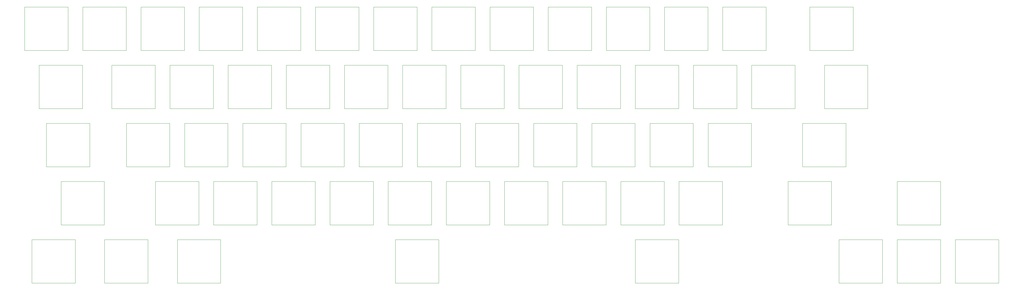
<source format=gbr>
G04 #@! TF.GenerationSoftware,KiCad,Pcbnew,7.0.6*
G04 #@! TF.CreationDate,2023-09-10T15:30:55-07:00*
G04 #@! TF.ProjectId,top plate,746f7020-706c-4617-9465-2e6b69636164,rev?*
G04 #@! TF.SameCoordinates,Original*
G04 #@! TF.FileFunction,Legend,Top*
G04 #@! TF.FilePolarity,Positive*
%FSLAX46Y46*%
G04 Gerber Fmt 4.6, Leading zero omitted, Abs format (unit mm)*
G04 Created by KiCad (PCBNEW 7.0.6) date 2023-09-10 15:30:55*
%MOMM*%
%LPD*%
G01*
G04 APERTURE LIST*
%ADD10C,0.120000*%
G04 APERTURE END LIST*
D10*
X240758468Y-199680227D02*
X240758468Y-185480227D01*
X240758468Y-185480227D02*
X226558468Y-185480227D01*
X226558468Y-199680227D02*
X240758468Y-199680227D01*
X226558468Y-185480227D02*
X226558468Y-199680227D01*
X393158468Y-199680227D02*
X393158468Y-185480227D01*
X393158468Y-185480227D02*
X378958468Y-185480227D01*
X378958468Y-199680227D02*
X393158468Y-199680227D01*
X378958468Y-185480227D02*
X378958468Y-199680227D01*
X431258468Y-180630227D02*
X431258468Y-166430227D01*
X431258468Y-166430227D02*
X417058468Y-166430227D01*
X417058468Y-180630227D02*
X431258468Y-180630227D01*
X417058468Y-166430227D02*
X417058468Y-180630227D01*
X426495968Y-161580227D02*
X426495968Y-147380227D01*
X426495968Y-147380227D02*
X412295968Y-147380227D01*
X412295968Y-161580227D02*
X426495968Y-161580227D01*
X412295968Y-147380227D02*
X412295968Y-161580227D01*
X374108468Y-199680227D02*
X374108468Y-185480227D01*
X374108468Y-185480227D02*
X359908468Y-185480227D01*
X359908468Y-199680227D02*
X374108468Y-199680227D01*
X359908468Y-185480227D02*
X359908468Y-199680227D01*
X397920968Y-161580227D02*
X397920968Y-147380227D01*
X397920968Y-147380227D02*
X383720968Y-147380227D01*
X383720968Y-161580227D02*
X397920968Y-161580227D01*
X383720968Y-147380227D02*
X383720968Y-161580227D01*
X250283468Y-218730227D02*
X250283468Y-204530227D01*
X250283468Y-204530227D02*
X236083468Y-204530227D01*
X236083468Y-218730227D02*
X250283468Y-218730227D01*
X236083468Y-204530227D02*
X236083468Y-218730227D01*
X188370968Y-161580227D02*
X188370968Y-147380227D01*
X188370968Y-147380227D02*
X174170968Y-147380227D01*
X174170968Y-161580227D02*
X188370968Y-161580227D01*
X174170968Y-147380227D02*
X174170968Y-161580227D01*
X197895968Y-180630227D02*
X197895968Y-166430227D01*
X197895968Y-166430227D02*
X183695968Y-166430227D01*
X183695968Y-180630227D02*
X197895968Y-180630227D01*
X183695968Y-166430227D02*
X183695968Y-180630227D01*
X174083468Y-180630227D02*
X174083468Y-166430227D01*
X174083468Y-166430227D02*
X159883468Y-166430227D01*
X159883468Y-180630227D02*
X174083468Y-180630227D01*
X159883468Y-166430227D02*
X159883468Y-180630227D01*
X378870968Y-161580227D02*
X378870968Y-147380227D01*
X378870968Y-147380227D02*
X364670968Y-147380227D01*
X364670968Y-161580227D02*
X378870968Y-161580227D01*
X364670968Y-147380227D02*
X364670968Y-161580227D01*
X264570968Y-161580227D02*
X264570968Y-147380227D01*
X264570968Y-147380227D02*
X250370968Y-147380227D01*
X250370968Y-161580227D02*
X264570968Y-161580227D01*
X250370968Y-147380227D02*
X250370968Y-161580227D01*
X290764718Y-237780227D02*
X290764718Y-223580227D01*
X290764718Y-223580227D02*
X276564718Y-223580227D01*
X276564718Y-237780227D02*
X290764718Y-237780227D01*
X276564718Y-223580227D02*
X276564718Y-237780227D01*
X383633468Y-218730227D02*
X383633468Y-204530227D01*
X383633468Y-204530227D02*
X369433468Y-204530227D01*
X369433468Y-218730227D02*
X383633468Y-218730227D01*
X369433468Y-204530227D02*
X369433468Y-218730227D01*
X245520968Y-161580227D02*
X245520968Y-147380227D01*
X245520968Y-147380227D02*
X231320968Y-147380227D01*
X231320968Y-161580227D02*
X245520968Y-161580227D01*
X231320968Y-147380227D02*
X231320968Y-161580227D01*
X207420968Y-161580227D02*
X207420968Y-147380227D01*
X207420968Y-147380227D02*
X193220968Y-147380227D01*
X193220968Y-161580227D02*
X207420968Y-161580227D01*
X193220968Y-147380227D02*
X193220968Y-161580227D01*
X419352218Y-218730227D02*
X419352218Y-204530227D01*
X419352218Y-204530227D02*
X405152218Y-204530227D01*
X405152218Y-218730227D02*
X419352218Y-218730227D01*
X405152218Y-204530227D02*
X405152218Y-218730227D01*
X235995968Y-180630227D02*
X235995968Y-166430227D01*
X235995968Y-166430227D02*
X221795968Y-166430227D01*
X221795968Y-180630227D02*
X235995968Y-180630227D01*
X221795968Y-166430227D02*
X221795968Y-180630227D01*
X195514718Y-237780227D02*
X195514718Y-223580227D01*
X195514718Y-223580227D02*
X181314718Y-223580227D01*
X181314718Y-237780227D02*
X195514718Y-237780227D01*
X181314718Y-223580227D02*
X181314718Y-237780227D01*
X436020968Y-237780227D02*
X436020968Y-223580227D01*
X436020968Y-223580227D02*
X421820968Y-223580227D01*
X421820968Y-237780227D02*
X436020968Y-237780227D01*
X421820968Y-223580227D02*
X421820968Y-237780227D01*
X345533468Y-218730227D02*
X345533468Y-204530227D01*
X345533468Y-204530227D02*
X331333468Y-204530227D01*
X331333468Y-218730227D02*
X345533468Y-218730227D01*
X331333468Y-204530227D02*
X331333468Y-218730227D01*
X171702218Y-237780227D02*
X171702218Y-223580227D01*
X171702218Y-223580227D02*
X157502218Y-223580227D01*
X157502218Y-237780227D02*
X171702218Y-237780227D01*
X157502218Y-223580227D02*
X157502218Y-237780227D01*
X255045968Y-180630227D02*
X255045968Y-166430227D01*
X255045968Y-166430227D02*
X240845968Y-166430227D01*
X240845968Y-180630227D02*
X255045968Y-180630227D01*
X240845968Y-166430227D02*
X240845968Y-180630227D01*
X216945968Y-180630227D02*
X216945968Y-166430227D01*
X216945968Y-166430227D02*
X202745968Y-166430227D01*
X202745968Y-180630227D02*
X216945968Y-180630227D01*
X202745968Y-166430227D02*
X202745968Y-180630227D01*
X474120968Y-237780227D02*
X474120968Y-223580227D01*
X474120968Y-223580227D02*
X459920968Y-223580227D01*
X459920968Y-237780227D02*
X474120968Y-237780227D01*
X459920968Y-223580227D02*
X459920968Y-237780227D01*
X212183468Y-218730227D02*
X212183468Y-204530227D01*
X212183468Y-204530227D02*
X197983468Y-204530227D01*
X197983468Y-218730227D02*
X212183468Y-218730227D01*
X197983468Y-204530227D02*
X197983468Y-218730227D01*
X455070968Y-218730227D02*
X455070968Y-204530227D01*
X455070968Y-204530227D02*
X440870968Y-204530227D01*
X440870968Y-218730227D02*
X455070968Y-218730227D01*
X440870968Y-204530227D02*
X440870968Y-218730227D01*
X269333468Y-218730227D02*
X269333468Y-204530227D01*
X269333468Y-204530227D02*
X255133468Y-204530227D01*
X255133468Y-218730227D02*
X269333468Y-218730227D01*
X255133468Y-204530227D02*
X255133468Y-218730227D01*
X278858468Y-199680227D02*
X278858468Y-185480227D01*
X278858468Y-185480227D02*
X264658468Y-185480227D01*
X264658468Y-199680227D02*
X278858468Y-199680227D01*
X264658468Y-185480227D02*
X264658468Y-199680227D01*
X297908468Y-199680227D02*
X297908468Y-185480227D01*
X297908468Y-185480227D02*
X283708468Y-185480227D01*
X283708468Y-199680227D02*
X297908468Y-199680227D01*
X283708468Y-185480227D02*
X283708468Y-199680227D01*
X226470968Y-161580227D02*
X226470968Y-147380227D01*
X226470968Y-147380227D02*
X212270968Y-147380227D01*
X212270968Y-161580227D02*
X226470968Y-161580227D01*
X212270968Y-147380227D02*
X212270968Y-161580227D01*
X336008468Y-199680227D02*
X336008468Y-185480227D01*
X336008468Y-185480227D02*
X321808468Y-185480227D01*
X321808468Y-199680227D02*
X336008468Y-199680227D01*
X321808468Y-185480227D02*
X321808468Y-199680227D01*
X312195968Y-180630227D02*
X312195968Y-166430227D01*
X312195968Y-166430227D02*
X297995968Y-166430227D01*
X297995968Y-180630227D02*
X312195968Y-180630227D01*
X297995968Y-166430227D02*
X297995968Y-180630227D01*
X388395968Y-180630227D02*
X388395968Y-166430227D01*
X388395968Y-166430227D02*
X374195968Y-166430227D01*
X374195968Y-180630227D02*
X388395968Y-180630227D01*
X374195968Y-166430227D02*
X374195968Y-180630227D01*
X331245968Y-180630227D02*
X331245968Y-166430227D01*
X331245968Y-166430227D02*
X317045968Y-166430227D01*
X317045968Y-180630227D02*
X331245968Y-180630227D01*
X317045968Y-166430227D02*
X317045968Y-180630227D01*
X302670968Y-161580227D02*
X302670968Y-147380227D01*
X302670968Y-147380227D02*
X288470968Y-147380227D01*
X288470968Y-161580227D02*
X302670968Y-161580227D01*
X288470968Y-147380227D02*
X288470968Y-161580227D01*
X316958468Y-199680227D02*
X316958468Y-185480227D01*
X316958468Y-185480227D02*
X302758468Y-185480227D01*
X302758468Y-199680227D02*
X316958468Y-199680227D01*
X302758468Y-185480227D02*
X302758468Y-199680227D01*
X259808468Y-199680227D02*
X259808468Y-185480227D01*
X259808468Y-185480227D02*
X245608468Y-185480227D01*
X245608468Y-199680227D02*
X259808468Y-199680227D01*
X245608468Y-185480227D02*
X245608468Y-199680227D01*
X326483468Y-218730227D02*
X326483468Y-204530227D01*
X326483468Y-204530227D02*
X312283468Y-204530227D01*
X312283468Y-218730227D02*
X326483468Y-218730227D01*
X312283468Y-204530227D02*
X312283468Y-218730227D01*
X455070968Y-237780227D02*
X455070968Y-223580227D01*
X455070968Y-223580227D02*
X440870968Y-223580227D01*
X440870968Y-237780227D02*
X455070968Y-237780227D01*
X440870968Y-223580227D02*
X440870968Y-237780227D01*
X181227218Y-218730227D02*
X181227218Y-204530227D01*
X181227218Y-204530227D02*
X167027218Y-204530227D01*
X167027218Y-218730227D02*
X181227218Y-218730227D01*
X167027218Y-204530227D02*
X167027218Y-218730227D01*
X359820968Y-161580227D02*
X359820968Y-147380227D01*
X359820968Y-147380227D02*
X345620968Y-147380227D01*
X345620968Y-161580227D02*
X359820968Y-161580227D01*
X345620968Y-147380227D02*
X345620968Y-161580227D01*
X364583468Y-218730227D02*
X364583468Y-204530227D01*
X364583468Y-204530227D02*
X350383468Y-204530227D01*
X350383468Y-218730227D02*
X364583468Y-218730227D01*
X350383468Y-204530227D02*
X350383468Y-218730227D01*
X340770968Y-161580227D02*
X340770968Y-147380227D01*
X340770968Y-147380227D02*
X326570968Y-147380227D01*
X326570968Y-161580227D02*
X340770968Y-161580227D01*
X326570968Y-147380227D02*
X326570968Y-161580227D01*
X424114718Y-199680227D02*
X424114718Y-185480227D01*
X424114718Y-185480227D02*
X409914718Y-185480227D01*
X409914718Y-199680227D02*
X424114718Y-199680227D01*
X409914718Y-185480227D02*
X409914718Y-199680227D01*
X231233468Y-218730227D02*
X231233468Y-204530227D01*
X231233468Y-204530227D02*
X217033468Y-204530227D01*
X217033468Y-218730227D02*
X231233468Y-218730227D01*
X217033468Y-204530227D02*
X217033468Y-218730227D01*
X369345968Y-237780227D02*
X369345968Y-223580227D01*
X369345968Y-223580227D02*
X355145968Y-223580227D01*
X355145968Y-237780227D02*
X369345968Y-237780227D01*
X355145968Y-223580227D02*
X355145968Y-237780227D01*
X321720968Y-161580227D02*
X321720968Y-147380227D01*
X321720968Y-147380227D02*
X307520968Y-147380227D01*
X307520968Y-161580227D02*
X321720968Y-161580227D01*
X307520968Y-147380227D02*
X307520968Y-161580227D01*
X176464718Y-199680227D02*
X176464718Y-185480227D01*
X176464718Y-185480227D02*
X162264718Y-185480227D01*
X162264718Y-199680227D02*
X176464718Y-199680227D01*
X162264718Y-185480227D02*
X162264718Y-199680227D01*
X202658468Y-199680227D02*
X202658468Y-185480227D01*
X202658468Y-185480227D02*
X188458468Y-185480227D01*
X188458468Y-199680227D02*
X202658468Y-199680227D01*
X188458468Y-185480227D02*
X188458468Y-199680227D01*
X169320968Y-161580227D02*
X169320968Y-147380227D01*
X169320968Y-147380227D02*
X155120968Y-147380227D01*
X155120968Y-161580227D02*
X169320968Y-161580227D01*
X155120968Y-147380227D02*
X155120968Y-161580227D01*
X274095968Y-180630227D02*
X274095968Y-166430227D01*
X274095968Y-166430227D02*
X259895968Y-166430227D01*
X259895968Y-180630227D02*
X274095968Y-180630227D01*
X259895968Y-166430227D02*
X259895968Y-180630227D01*
X293145968Y-180630227D02*
X293145968Y-166430227D01*
X293145968Y-166430227D02*
X278945968Y-166430227D01*
X278945968Y-180630227D02*
X293145968Y-180630227D01*
X278945968Y-166430227D02*
X278945968Y-180630227D01*
X219327218Y-237780227D02*
X219327218Y-223580227D01*
X219327218Y-223580227D02*
X205127218Y-223580227D01*
X205127218Y-237780227D02*
X219327218Y-237780227D01*
X205127218Y-223580227D02*
X205127218Y-237780227D01*
X350295968Y-180630227D02*
X350295968Y-166430227D01*
X350295968Y-166430227D02*
X336095968Y-166430227D01*
X336095968Y-180630227D02*
X350295968Y-180630227D01*
X336095968Y-166430227D02*
X336095968Y-180630227D01*
X369345968Y-180630227D02*
X369345968Y-166430227D01*
X369345968Y-166430227D02*
X355145968Y-166430227D01*
X355145968Y-180630227D02*
X369345968Y-180630227D01*
X355145968Y-166430227D02*
X355145968Y-180630227D01*
X307433468Y-218730227D02*
X307433468Y-204530227D01*
X307433468Y-204530227D02*
X293233468Y-204530227D01*
X293233468Y-218730227D02*
X307433468Y-218730227D01*
X293233468Y-204530227D02*
X293233468Y-218730227D01*
X355058468Y-199680227D02*
X355058468Y-185480227D01*
X355058468Y-185480227D02*
X340858468Y-185480227D01*
X340858468Y-199680227D02*
X355058468Y-199680227D01*
X340858468Y-185480227D02*
X340858468Y-199680227D01*
X407445968Y-180630227D02*
X407445968Y-166430227D01*
X407445968Y-166430227D02*
X393245968Y-166430227D01*
X393245968Y-180630227D02*
X407445968Y-180630227D01*
X393245968Y-166430227D02*
X393245968Y-180630227D01*
X221708468Y-199680227D02*
X221708468Y-185480227D01*
X221708468Y-185480227D02*
X207508468Y-185480227D01*
X207508468Y-199680227D02*
X221708468Y-199680227D01*
X207508468Y-185480227D02*
X207508468Y-199680227D01*
X283620968Y-161580227D02*
X283620968Y-147380227D01*
X283620968Y-147380227D02*
X269420968Y-147380227D01*
X269420968Y-161580227D02*
X283620968Y-161580227D01*
X269420968Y-147380227D02*
X269420968Y-161580227D01*
X288383468Y-218730227D02*
X288383468Y-204530227D01*
X288383468Y-204530227D02*
X274183468Y-204530227D01*
X274183468Y-218730227D02*
X288383468Y-218730227D01*
X274183468Y-204530227D02*
X274183468Y-218730227D01*
M02*

</source>
